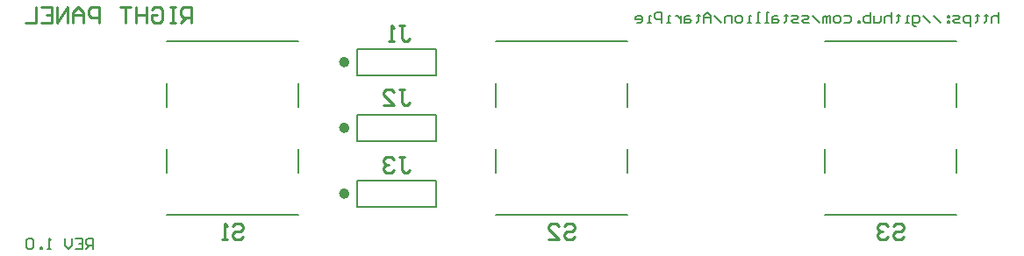
<source format=gbo>
G04 Layer_Color=32896*
%FSLAX24Y24*%
%MOIN*%
G70*
G01*
G75*
%ADD10C,0.0100*%
%ADD14C,0.0200*%
%ADD15C,0.0080*%
D10*
X53350Y21250D02*
X53450Y21350D01*
X53650D01*
X53750Y21250D01*
Y21150D01*
X53650Y21050D01*
X53450D01*
X53350Y20950D01*
Y20850D01*
X53450Y20750D01*
X53650D01*
X53750Y20850D01*
X53150Y21250D02*
X53050Y21350D01*
X52850D01*
X52750Y21250D01*
Y21150D01*
X52850Y21050D01*
X52950D01*
X52850D01*
X52750Y20950D01*
Y20850D01*
X52850Y20750D01*
X53050D01*
X53150Y20850D01*
X40850Y21250D02*
X40950Y21350D01*
X41150D01*
X41250Y21250D01*
Y21150D01*
X41150Y21050D01*
X40950D01*
X40850Y20950D01*
Y20850D01*
X40950Y20750D01*
X41150D01*
X41250Y20850D01*
X40250Y20750D02*
X40650D01*
X40250Y21150D01*
Y21250D01*
X40350Y21350D01*
X40550D01*
X40650Y21250D01*
X34600Y23900D02*
X34800D01*
X34700D01*
Y23400D01*
X34800Y23300D01*
X34900D01*
X35000Y23400D01*
X34400Y23800D02*
X34300Y23900D01*
X34100D01*
X34000Y23800D01*
Y23700D01*
X34100Y23600D01*
X34200D01*
X34100D01*
X34000Y23500D01*
Y23400D01*
X34100Y23300D01*
X34300D01*
X34400Y23400D01*
X34600Y26450D02*
X34800D01*
X34700D01*
Y25950D01*
X34800Y25850D01*
X34900D01*
X35000Y25950D01*
X34000Y25850D02*
X34400D01*
X34000Y26250D01*
Y26350D01*
X34100Y26450D01*
X34300D01*
X34400Y26350D01*
X34600Y28900D02*
X34800D01*
X34700D01*
Y28400D01*
X34800Y28300D01*
X34900D01*
X35000Y28400D01*
X34400Y28300D02*
X34200D01*
X34300D01*
Y28900D01*
X34400Y28800D01*
X26700Y29000D02*
Y29600D01*
X26400D01*
X26300Y29500D01*
Y29300D01*
X26400Y29200D01*
X26700D01*
X26500D02*
X26300Y29000D01*
X26100Y29600D02*
X25900D01*
X26000D01*
Y29000D01*
X26100D01*
X25900D01*
X25200Y29500D02*
X25300Y29600D01*
X25500D01*
X25600Y29500D01*
Y29100D01*
X25500Y29000D01*
X25300D01*
X25200Y29100D01*
Y29300D01*
X25400D01*
X25001Y29600D02*
Y29000D01*
Y29300D01*
X24601D01*
Y29600D01*
Y29000D01*
X24401Y29600D02*
X24001D01*
X24201D01*
Y29000D01*
X23201D02*
Y29600D01*
X22901D01*
X22801Y29500D01*
Y29300D01*
X22901Y29200D01*
X23201D01*
X22601Y29000D02*
Y29400D01*
X22401Y29600D01*
X22201Y29400D01*
Y29000D01*
Y29300D01*
X22601D01*
X22002Y29000D02*
Y29600D01*
X21602Y29000D01*
Y29600D01*
X21002D02*
X21402D01*
Y29000D01*
X21002D01*
X21402Y29300D02*
X21202D01*
X20802Y29600D02*
Y29000D01*
X20402D01*
X28250Y21250D02*
X28350Y21350D01*
X28550D01*
X28650Y21250D01*
Y21150D01*
X28550Y21050D01*
X28350D01*
X28250Y20950D01*
Y20850D01*
X28350Y20750D01*
X28550D01*
X28650Y20850D01*
X28050Y20750D02*
X27850D01*
X27950D01*
Y21350D01*
X28050Y21250D01*
D14*
X32600Y22500D02*
G03*
X32600Y22500I-100J0D01*
G01*
Y25000D02*
G03*
X32600Y25000I-100J0D01*
G01*
Y27500D02*
G03*
X32600Y27500I-100J0D01*
G01*
D15*
X50750Y28300D02*
X55750D01*
X50750Y21700D02*
X55750D01*
X50750Y25800D02*
Y26700D01*
Y23300D02*
Y24200D01*
X55750Y23300D02*
Y24200D01*
Y25800D02*
Y26700D01*
X43250Y25800D02*
Y26700D01*
Y23300D02*
Y24200D01*
X38250Y23300D02*
Y24200D01*
Y25800D02*
Y26700D01*
Y21700D02*
X43250D01*
X38250Y28300D02*
X43250D01*
X33000Y22000D02*
Y23000D01*
Y22000D02*
X36000D01*
Y23000D01*
X33000D02*
X36000D01*
X33000D02*
X35900D01*
X33000Y25500D02*
X35900D01*
X33000D02*
X36000D01*
Y24500D02*
Y25500D01*
X33000Y24500D02*
X36000D01*
X33000D02*
Y25500D01*
Y27000D02*
Y28000D01*
Y27000D02*
X36000D01*
Y28000D01*
X33000D02*
X36000D01*
X33000D02*
X35900D01*
X25750Y28300D02*
X30750D01*
X25750Y21700D02*
X30750D01*
X25750Y25800D02*
Y26700D01*
Y23300D02*
Y24200D01*
X30750Y23300D02*
Y24200D01*
Y25800D02*
Y26700D01*
X22950Y20400D02*
Y20800D01*
X22750D01*
X22683Y20733D01*
Y20600D01*
X22750Y20533D01*
X22950D01*
X22817D02*
X22683Y20400D01*
X22284Y20800D02*
X22550D01*
Y20400D01*
X22284D01*
X22550Y20600D02*
X22417D01*
X22150Y20800D02*
Y20533D01*
X22017Y20400D01*
X21884Y20533D01*
Y20800D01*
X21351Y20400D02*
X21217D01*
X21284D01*
Y20800D01*
X21351Y20733D01*
X21017Y20400D02*
Y20467D01*
X20951D01*
Y20400D01*
X21017D01*
X20684Y20733D02*
X20617Y20800D01*
X20484D01*
X20417Y20733D01*
Y20467D01*
X20484Y20400D01*
X20617D01*
X20684Y20467D01*
Y20733D01*
X57350Y29400D02*
Y29000D01*
Y29200D01*
X57283Y29267D01*
X57150D01*
X57083Y29200D01*
Y29000D01*
X56883Y29333D02*
Y29267D01*
X56950D01*
X56817D01*
X56883D01*
Y29067D01*
X56817Y29000D01*
X56550Y29333D02*
Y29267D01*
X56617D01*
X56484D01*
X56550D01*
Y29067D01*
X56484Y29000D01*
X56284Y28867D02*
Y29267D01*
X56084D01*
X56017Y29200D01*
Y29067D01*
X56084Y29000D01*
X56284D01*
X55884D02*
X55684D01*
X55617Y29067D01*
X55684Y29133D01*
X55817D01*
X55884Y29200D01*
X55817Y29267D01*
X55617D01*
X55484D02*
X55417D01*
Y29200D01*
X55484D01*
Y29267D01*
Y29067D02*
X55417D01*
Y29000D01*
X55484D01*
Y29067D01*
X55151Y29000D02*
X54884Y29267D01*
X54751Y29000D02*
X54484Y29267D01*
X54218Y28867D02*
X54151D01*
X54084Y28933D01*
Y29267D01*
X54284D01*
X54351Y29200D01*
Y29067D01*
X54284Y29000D01*
X54084D01*
X53951D02*
X53818D01*
X53884D01*
Y29267D01*
X53951D01*
X53551Y29333D02*
Y29267D01*
X53618D01*
X53485D01*
X53551D01*
Y29067D01*
X53485Y29000D01*
X53285Y29400D02*
Y29000D01*
Y29200D01*
X53218Y29267D01*
X53085D01*
X53018Y29200D01*
Y29000D01*
X52885Y29267D02*
Y29067D01*
X52818Y29000D01*
X52618D01*
Y29267D01*
X52485Y29400D02*
Y29000D01*
X52285D01*
X52218Y29067D01*
Y29133D01*
Y29200D01*
X52285Y29267D01*
X52485D01*
X52085Y29000D02*
Y29067D01*
X52018D01*
Y29000D01*
X52085D01*
X51485Y29267D02*
X51685D01*
X51752Y29200D01*
Y29067D01*
X51685Y29000D01*
X51485D01*
X51285D02*
X51152D01*
X51085Y29067D01*
Y29200D01*
X51152Y29267D01*
X51285D01*
X51352Y29200D01*
Y29067D01*
X51285Y29000D01*
X50952D02*
Y29267D01*
X50885D01*
X50819Y29200D01*
Y29000D01*
Y29200D01*
X50752Y29267D01*
X50685Y29200D01*
Y29000D01*
X50552D02*
X50286Y29267D01*
X50152Y29000D02*
X49952D01*
X49886Y29067D01*
X49952Y29133D01*
X50086D01*
X50152Y29200D01*
X50086Y29267D01*
X49886D01*
X49752Y29000D02*
X49553D01*
X49486Y29067D01*
X49553Y29133D01*
X49686D01*
X49752Y29200D01*
X49686Y29267D01*
X49486D01*
X49286Y29333D02*
Y29267D01*
X49353D01*
X49219D01*
X49286D01*
Y29067D01*
X49219Y29000D01*
X48953Y29267D02*
X48819D01*
X48753Y29200D01*
Y29000D01*
X48953D01*
X49019Y29067D01*
X48953Y29133D01*
X48753D01*
X48619Y29000D02*
X48486D01*
X48553D01*
Y29400D01*
X48619D01*
X48286Y29000D02*
X48153D01*
X48220D01*
Y29400D01*
X48286D01*
X47953Y29000D02*
X47820D01*
X47886D01*
Y29267D01*
X47953D01*
X47553Y29000D02*
X47420D01*
X47353Y29067D01*
Y29200D01*
X47420Y29267D01*
X47553D01*
X47620Y29200D01*
Y29067D01*
X47553Y29000D01*
X47220D02*
Y29267D01*
X47020D01*
X46953Y29200D01*
Y29000D01*
X46820D02*
X46553Y29267D01*
X46420Y29000D02*
Y29267D01*
X46287Y29400D01*
X46154Y29267D01*
Y29000D01*
Y29200D01*
X46420D01*
X45954Y29333D02*
Y29267D01*
X46020D01*
X45887D01*
X45954D01*
Y29067D01*
X45887Y29000D01*
X45620Y29267D02*
X45487D01*
X45421Y29200D01*
Y29000D01*
X45620D01*
X45687Y29067D01*
X45620Y29133D01*
X45421D01*
X45287Y29267D02*
Y29000D01*
Y29133D01*
X45221Y29200D01*
X45154Y29267D01*
X45087D01*
X44887Y29000D02*
X44754D01*
X44821D01*
Y29267D01*
X44887D01*
X44554Y29000D02*
Y29400D01*
X44354D01*
X44288Y29333D01*
Y29200D01*
X44354Y29133D01*
X44554D01*
X44154Y29000D02*
X44021D01*
X44088D01*
Y29267D01*
X44154D01*
X43621Y29000D02*
X43754D01*
X43821Y29067D01*
Y29200D01*
X43754Y29267D01*
X43621D01*
X43554Y29200D01*
Y29133D01*
X43821D01*
M02*

</source>
